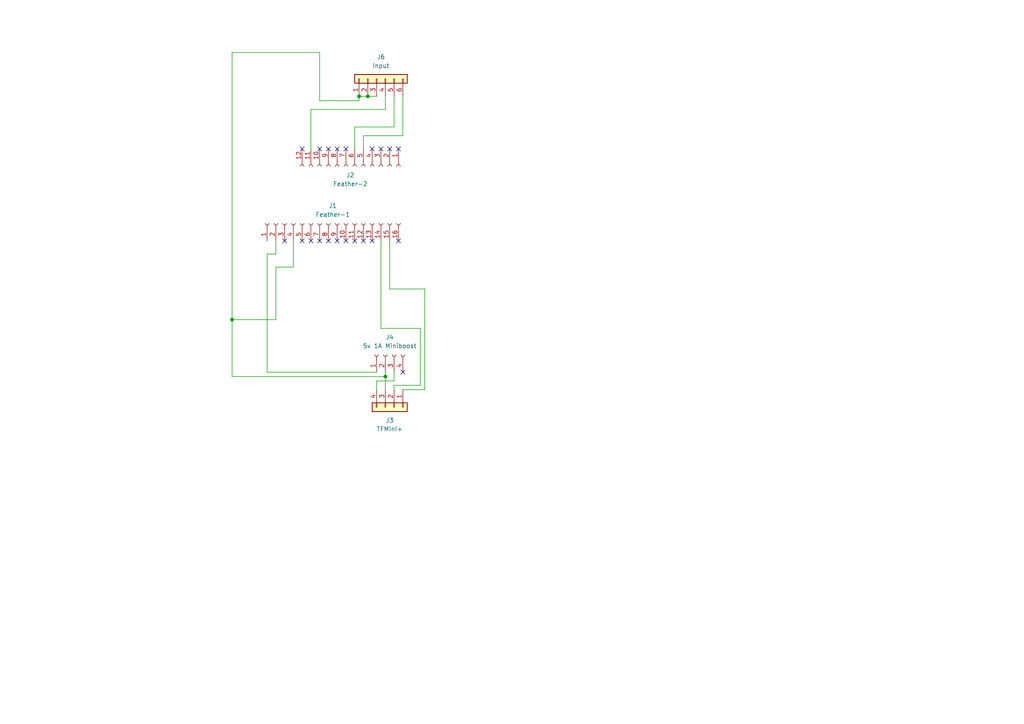
<source format=kicad_sch>
(kicad_sch (version 20230121) (generator eeschema)
  (paper "A4")
  (lib_symbols
    (symbol "Connector:Conn_01x04_Socket" (pin_names (offset 1.016) hide)
      (property "Reference" "J" (at 0 5.08 0))
      (property "Value" "Conn_01x04_Socket" (at 0 -7.62 0))
      (symbol "Conn_01x04_Socket_1_1"
        (arc (start 0 -4.572) (mid -0.5058 -5.08) (end 0 -5.588) (stroke (width 0.1524)))
        (arc (start 0 -2.032) (mid -0.5058 -2.54) (end 0 -3.048) (stroke (width 0.1524)))
        (polyline (pts (xy -1.27 -5.08) (xy -0.508 -5.08)) (stroke (width 0.1524)))
        (polyline (pts (xy -1.27 -2.54) (xy -0.508 -2.54)) (stroke (width 0.1524)))
        (polyline (pts (xy -1.27 0) (xy -0.508 0)) (stroke (width 0.1524)))
        (polyline (pts (xy -1.27 2.54) (xy -0.508 2.54)) (stroke (width 0.1524)))
        (arc (start 0 0.508) (mid -0.5058 0) (end 0 -0.508) (stroke (width 0.1524)))
        (arc (start 0 3.048) (mid -0.5058 2.54) (end 0 2.032) (stroke (width 0.1524)))
        (pin passive line (at -5.08 2.54 0) (length 3.81) (name "Pin_1") (number "1"))
        (pin passive line (at -5.08 0 0) (length 3.81) (name "Pin_2") (number "2"))
        (pin passive line (at -5.08 -2.54 0) (length 3.81) (name "Pin_3") (number "3"))
        (pin passive line (at -5.08 -5.08 0) (length 3.81) (name "Pin_4") (number "4"))
      )
    )
    (symbol "Connector:Conn_01x12_Socket" (pin_names (offset 1.016) hide)
      (property "Reference" "J" (at 0 15.24 0))
      (property "Value" "Conn_01x12_Socket" (at 0 -17.78 0))
      (symbol "Conn_01x12_Socket_1_1"
        (arc (start 0 -14.732) (mid -0.5058 -15.24) (end 0 -15.748) (stroke (width 0.1524)))
        (arc (start 0 -12.192) (mid -0.5058 -12.7) (end 0 -13.208) (stroke (width 0.1524)))
        (arc (start 0 -9.652) (mid -0.5058 -10.16) (end 0 -10.668) (stroke (width 0.1524)))
        (arc (start 0 -7.112) (mid -0.5058 -7.62) (end 0 -8.128) (stroke (width 0.1524)))
        (arc (start 0 -4.572) (mid -0.5058 -5.08) (end 0 -5.588) (stroke (width 0.1524)))
        (arc (start 0 -2.032) (mid -0.5058 -2.54) (end 0 -3.048) (stroke (width 0.1524)))
        (polyline (pts (xy -1.27 -15.24) (xy -0.508 -15.24)) (stroke (width 0.1524)))
        (polyline (pts (xy -1.27 -12.7) (xy -0.508 -12.7)) (stroke (width 0.1524)))
        (polyline (pts (xy -1.27 -10.16) (xy -0.508 -10.16)) (stroke (width 0.1524)))
        (polyline (pts (xy -1.27 -7.62) (xy -0.508 -7.62)) (stroke (width 0.1524)))
        (polyline (pts (xy -1.27 -5.08) (xy -0.508 -5.08)) (stroke (width 0.1524)))
        (polyline (pts (xy -1.27 -2.54) (xy -0.508 -2.54)) (stroke (width 0.1524)))
        (polyline (pts (xy -1.27 0) (xy -0.508 0)) (stroke (width 0.1524)))
        (polyline (pts (xy -1.27 2.54) (xy -0.508 2.54)) (stroke (width 0.1524)))
        (polyline (pts (xy -1.27 5.08) (xy -0.508 5.08)) (stroke (width 0.1524)))
        (polyline (pts (xy -1.27 7.62) (xy -0.508 7.62)) (stroke (width 0.1524)))
        (polyline (pts (xy -1.27 10.16) (xy -0.508 10.16)) (stroke (width 0.1524)))
        (polyline (pts (xy -1.27 12.7) (xy -0.508 12.7)) (stroke (width 0.1524)))
        (arc (start 0 0.508) (mid -0.5058 0) (end 0 -0.508) (stroke (width 0.1524)))
        (arc (start 0 3.048) (mid -0.5058 2.54) (end 0 2.032) (stroke (width 0.1524)))
        (arc (start 0 5.588) (mid -0.5058 5.08) (end 0 4.572) (stroke (width 0.1524)))
        (arc (start 0 8.128) (mid -0.5058 7.62) (end 0 7.112) (stroke (width 0.1524)))
        (arc (start 0 10.668) (mid -0.5058 10.16) (end 0 9.652) (stroke (width 0.1524)))
        (arc (start 0 13.208) (mid -0.5058 12.7) (end 0 12.192) (stroke (width 0.1524)))
        (pin passive line (at -5.08 12.7 0) (length 3.81) (name "Pin_1") (number "1"))
        (pin passive line (at -5.08 -10.16 0) (length 3.81) (name "Pin_10") (number "10"))
        (pin passive line (at -5.08 -12.7 0) (length 3.81) (name "Pin_11") (number "11"))
        (pin passive line (at -5.08 -15.24 0) (length 3.81) (name "Pin_12") (number "12"))
        (pin passive line (at -5.08 10.16 0) (length 3.81) (name "Pin_2") (number "2"))
        (pin passive line (at -5.08 7.62 0) (length 3.81) (name "Pin_3") (number "3"))
        (pin passive line (at -5.08 5.08 0) (length 3.81) (name "Pin_4") (number "4"))
        (pin passive line (at -5.08 2.54 0) (length 3.81) (name "Pin_5") (number "5"))
        (pin passive line (at -5.08 0 0) (length 3.81) (name "Pin_6") (number "6"))
        (pin passive line (at -5.08 -2.54 0) (length 3.81) (name "Pin_7") (number "7"))
        (pin passive line (at -5.08 -5.08 0) (length 3.81) (name "Pin_8") (number "8"))
        (pin passive line (at -5.08 -7.62 0) (length 3.81) (name "Pin_9") (number "9"))
      )
    )
    (symbol "Connector:Conn_01x16_Socket" (pin_names (offset 1.016) hide)
      (property "Reference" "J" (at 0 20.32 0))
      (property "Value" "Conn_01x16_Socket" (at 0 -22.86 0))
      (symbol "Conn_01x16_Socket_1_1"
        (arc (start 0 -19.812) (mid -0.5058 -20.32) (end 0 -20.828) (stroke (width 0.1524)))
        (arc (start 0 -17.272) (mid -0.5058 -17.78) (end 0 -18.288) (stroke (width 0.1524)))
        (arc (start 0 -14.732) (mid -0.5058 -15.24) (end 0 -15.748) (stroke (width 0.1524)))
        (arc (start 0 -12.192) (mid -0.5058 -12.7) (end 0 -13.208) (stroke (width 0.1524)))
        (arc (start 0 -9.652) (mid -0.5058 -10.16) (end 0 -10.668) (stroke (width 0.1524)))
        (arc (start 0 -7.112) (mid -0.5058 -7.62) (end 0 -8.128) (stroke (width 0.1524)))
        (arc (start 0 -4.572) (mid -0.5058 -5.08) (end 0 -5.588) (stroke (width 0.1524)))
        (arc (start 0 -2.032) (mid -0.5058 -2.54) (end 0 -3.048) (stroke (width 0.1524)))
        (polyline (pts (xy -1.27 -20.32) (xy -0.508 -20.32)) (stroke (width 0.1524)))
        (polyline (pts (xy -1.27 -17.78) (xy -0.508 -17.78)) (stroke (width 0.1524)))
        (polyline (pts (xy -1.27 -15.24) (xy -0.508 -15.24)) (stroke (width 0.1524)))
        (polyline (pts (xy -1.27 -12.7) (xy -0.508 -12.7)) (stroke (width 0.1524)))
        (polyline (pts (xy -1.27 -10.16) (xy -0.508 -10.16)) (stroke (width 0.1524)))
        (polyline (pts (xy -1.27 -7.62) (xy -0.508 -7.62)) (stroke (width 0.1524)))
        (polyline (pts (xy -1.27 -5.08) (xy -0.508 -5.08)) (stroke (width 0.1524)))
        (polyline (pts (xy -1.27 -2.54) (xy -0.508 -2.54)) (stroke (width 0.1524)))
        (polyline (pts (xy -1.27 0) (xy -0.508 0)) (stroke (width 0.1524)))
        (polyline (pts (xy -1.27 2.54) (xy -0.508 2.54)) (stroke (width 0.1524)))
        (polyline (pts (xy -1.27 5.08) (xy -0.508 5.08)) (stroke (width 0.1524)))
        (polyline (pts (xy -1.27 7.62) (xy -0.508 7.62)) (stroke (width 0.1524)))
        (polyline (pts (xy -1.27 10.16) (xy -0.508 10.16)) (stroke (width 0.1524)))
        (polyline (pts (xy -1.27 12.7) (xy -0.508 12.7)) (stroke (width 0.1524)))
        (polyline (pts (xy -1.27 15.24) (xy -0.508 15.24)) (stroke (width 0.1524)))
        (polyline (pts (xy -1.27 17.78) (xy -0.508 17.78)) (stroke (width 0.1524)))
        (arc (start 0 0.508) (mid -0.5058 0) (end 0 -0.508) (stroke (width 0.1524)))
        (arc (start 0 3.048) (mid -0.5058 2.54) (end 0 2.032) (stroke (width 0.1524)))
        (arc (start 0 5.588) (mid -0.5058 5.08) (end 0 4.572) (stroke (width 0.1524)))
        (arc (start 0 8.128) (mid -0.5058 7.62) (end 0 7.112) (stroke (width 0.1524)))
        (arc (start 0 10.668) (mid -0.5058 10.16) (end 0 9.652) (stroke (width 0.1524)))
        (arc (start 0 13.208) (mid -0.5058 12.7) (end 0 12.192) (stroke (width 0.1524)))
        (arc (start 0 15.748) (mid -0.5058 15.24) (end 0 14.732) (stroke (width 0.1524)))
        (arc (start 0 18.288) (mid -0.5058 17.78) (end 0 17.272) (stroke (width 0.1524)))
        (pin passive line (at -5.08 17.78 0) (length 3.81) (name "Pin_1") (number "1"))
        (pin passive line (at -5.08 -5.08 0) (length 3.81) (name "Pin_10") (number "10"))
        (pin passive line (at -5.08 -7.62 0) (length 3.81) (name "Pin_11") (number "11"))
        (pin passive line (at -5.08 -10.16 0) (length 3.81) (name "Pin_12") (number "12"))
        (pin passive line (at -5.08 -12.7 0) (length 3.81) (name "Pin_13") (number "13"))
        (pin passive line (at -5.08 -15.24 0) (length 3.81) (name "Pin_14") (number "14"))
        (pin passive line (at -5.08 -17.78 0) (length 3.81) (name "Pin_15") (number "15"))
        (pin passive line (at -5.08 -20.32 0) (length 3.81) (name "Pin_16") (number "16"))
        (pin passive line (at -5.08 15.24 0) (length 3.81) (name "Pin_2") (number "2"))
        (pin passive line (at -5.08 12.7 0) (length 3.81) (name "Pin_3") (number "3"))
        (pin passive line (at -5.08 10.16 0) (length 3.81) (name "Pin_4") (number "4"))
        (pin passive line (at -5.08 7.62 0) (length 3.81) (name "Pin_5") (number "5"))
        (pin passive line (at -5.08 5.08 0) (length 3.81) (name "Pin_6") (number "6"))
        (pin passive line (at -5.08 2.54 0) (length 3.81) (name "Pin_7") (number "7"))
        (pin passive line (at -5.08 0 0) (length 3.81) (name "Pin_8") (number "8"))
        (pin passive line (at -5.08 -2.54 0) (length 3.81) (name "Pin_9") (number "9"))
      )
    )
    (symbol "Connector_Generic:Conn_01x04" (pin_names (offset 1.016) hide)
      (property "Reference" "J" (at 0 5.08 0))
      (property "Value" "Conn_01x04" (at 0 -7.62 0))
      (symbol "Conn_01x04_1_1"
        (rectangle (start -1.27 -4.953) (end 0 -5.207) (stroke (width 0.1524)))
        (rectangle (start -1.27 -2.413) (end 0 -2.667) (stroke (width 0.1524)))
        (rectangle (start -1.27 0.127) (end 0 -0.127) (stroke (width 0.1524)))
        (rectangle (start -1.27 2.667) (end 0 2.413) (stroke (width 0.1524)))
        (rectangle (start -1.27 3.81) (end 1.27 -6.35) (stroke (width 0.254)) (fill (type background)))
        (pin passive line (at -5.08 2.54 0) (length 3.81) (name "Pin_1") (number "1"))
        (pin passive line (at -5.08 0 0) (length 3.81) (name "Pin_2") (number "2"))
        (pin passive line (at -5.08 -2.54 0) (length 3.81) (name "Pin_3") (number "3"))
        (pin passive line (at -5.08 -5.08 0) (length 3.81) (name "Pin_4") (number "4"))
      )
    )
    (symbol "Connector_Generic:Conn_01x06" (pin_names (offset 1.016) hide)
      (property "Reference" "J" (at 0 7.62 0))
      (property "Value" "Conn_01x06" (at 0 -10.16 0))
      (symbol "Conn_01x06_1_1"
        (rectangle (start -1.27 -7.493) (end 0 -7.747) (stroke (width 0.1524)))
        (rectangle (start -1.27 -4.953) (end 0 -5.207) (stroke (width 0.1524)))
        (rectangle (start -1.27 -2.413) (end 0 -2.667) (stroke (width 0.1524)))
        (rectangle (start -1.27 0.127) (end 0 -0.127) (stroke (width 0.1524)))
        (rectangle (start -1.27 2.667) (end 0 2.413) (stroke (width 0.1524)))
        (rectangle (start -1.27 5.207) (end 0 4.953) (stroke (width 0.1524)))
        (rectangle (start -1.27 6.35) (end 1.27 -8.89) (stroke (width 0.254)) (fill (type background)))
        (pin passive line (at -5.08 5.08 0) (length 3.81) (name "Pin_1") (number "1"))
        (pin passive line (at -5.08 2.54 0) (length 3.81) (name "Pin_2") (number "2"))
        (pin passive line (at -5.08 0 0) (length 3.81) (name "Pin_3") (number "3"))
        (pin passive line (at -5.08 -2.54 0) (length 3.81) (name "Pin_4") (number "4"))
        (pin passive line (at -5.08 -5.08 0) (length 3.81) (name "Pin_5") (number "5"))
        (pin passive line (at -5.08 -7.62 0) (length 3.81) (name "Pin_6") (number "6"))
      )
    )
  )
  (junction (at 67.31 92.71))
  (junction (at 104.14 27.94))
  (junction (at 111.76 109.22))
  (junction (at 106.68 27.94))
  (no_connect (at 116.84 107.95))
  (no_connect (at 97.79 69.85))
  (no_connect (at 107.95 43.18))
  (no_connect (at 95.25 69.85))
  (no_connect (at 115.57 43.18))
  (no_connect (at 115.57 69.85))
  (no_connect (at 102.87 69.85))
  (no_connect (at 100.33 69.85))
  (no_connect (at 95.25 43.18))
  (no_connect (at 92.71 43.18))
  (no_connect (at 90.17 69.85))
  (no_connect (at 107.95 69.85))
  (no_connect (at 92.71 69.85))
  (no_connect (at 82.55 69.85))
  (no_connect (at 110.49 43.18))
  (no_connect (at 97.79 43.18))
  (no_connect (at 87.63 43.18))
  (no_connect (at 105.41 69.85))
  (no_connect (at 113.03 43.18))
  (no_connect (at 87.63 69.85))
  (no_connect (at 100.33 43.18))
  (wire (pts (xy 109.22 110.49) (xy 109.22 113.03)))
  (wire (pts (xy 121.92 111.76) (xy 114.3 111.76)))
  (wire (pts (xy 104.14 27.94) (xy 106.68 27.94)))
  (wire (pts (xy 85.09 69.85) (xy 85.09 77.47)))
  (wire (pts (xy 110.49 95.25) (xy 121.92 95.25)))
  (wire (pts (xy 67.31 92.71) (xy 80.01 92.71)))
  (wire (pts (xy 106.68 27.94) (xy 109.22 27.94)))
  (wire (pts (xy 92.71 29.21) (xy 104.14 29.21)))
  (wire (pts (xy 123.19 83.82) (xy 123.19 113.03)))
  (wire (pts (xy 114.3 27.94) (xy 114.3 36.83)))
  (wire (pts (xy 114.3 36.83) (xy 102.87 36.83)))
  (wire (pts (xy 77.47 107.95) (xy 77.47 73.66)))
  (wire (pts (xy 114.3 111.76) (xy 114.3 113.03)))
  (wire (pts (xy 114.3 107.95) (xy 114.3 110.49)))
  (wire (pts (xy 90.17 43.18) (xy 90.17 31.75)))
  (wire (pts (xy 111.76 27.94) (xy 111.76 31.75)))
  (wire (pts (xy 113.03 83.82) (xy 123.19 83.82)))
  (wire (pts (xy 105.41 39.37) (xy 116.84 39.37)))
  (wire (pts (xy 67.31 109.22) (xy 67.31 92.71)))
  (wire (pts (xy 92.71 15.24) (xy 67.31 15.24)))
  (wire (pts (xy 114.3 110.49) (xy 109.22 110.49)))
  (wire (pts (xy 77.47 73.66) (xy 80.01 73.66)))
  (wire (pts (xy 111.76 107.95) (xy 111.76 109.22)))
  (wire (pts (xy 67.31 15.24) (xy 67.31 92.71)))
  (wire (pts (xy 90.17 31.75) (xy 111.76 31.75)))
  (wire (pts (xy 80.01 73.66) (xy 80.01 69.85)))
  (wire (pts (xy 113.03 69.85) (xy 113.03 83.82)))
  (wire (pts (xy 92.71 15.24) (xy 92.71 29.21)))
  (wire (pts (xy 85.09 77.47) (xy 80.01 77.47)))
  (wire (pts (xy 67.31 109.22) (xy 111.76 109.22)))
  (wire (pts (xy 105.41 43.18) (xy 105.41 39.37)))
  (wire (pts (xy 80.01 77.47) (xy 80.01 92.71)))
  (wire (pts (xy 110.49 69.85) (xy 110.49 95.25)))
  (wire (pts (xy 77.47 107.95) (xy 109.22 107.95)))
  (wire (pts (xy 116.84 39.37) (xy 116.84 27.94)))
  (wire (pts (xy 123.19 113.03) (xy 116.84 113.03)))
  (wire (pts (xy 121.92 95.25) (xy 121.92 111.76)))
  (wire (pts (xy 111.76 109.22) (xy 111.76 113.03)))
  (wire (pts (xy 104.14 27.94) (xy 104.14 29.21)))
  (wire (pts (xy 102.87 36.83) (xy 102.87 43.18)))
  (symbol (lib_id "Connector:Conn_01x16_Socket") (at 95.25 64.77 90) (unit 1)
    (property "Reference" "J1" (at 96.52 59.69 90))
    (property "Value" "Feather-1" (at 96.52 62.23 90))
    (property "Footprint" "Connector_PinHeader_2.54mm:PinHeader_1x16_P2.54mm_Vertical" (effects hide))
  )
  (symbol (lib_id "Connector:Conn_01x12_Socket") (at 102.87 48.26 270) (unit 1)
    (property "Reference" "J2" (at 101.6 50.8 90))
    (property "Value" "Feather-2" (at 101.6 53.34 90))
    (property "Footprint" "Connector_PinHeader_2.54mm:PinHeader_1x12_P2.54mm_Vertical" (effects hide))
  )
  (symbol (lib_id "Connector:Conn_01x04_Socket") (at 111.76 102.87 90) (unit 1)
    (property "Reference" "J4" (at 113.03 97.79 90))
    (property "Value" "5v 1A Miniboost" (at 113.03 100.33 90))
    (property "Footprint" "Connector_PinHeader_2.54mm:PinHeader_1x04_P2.54mm_Vertical" (effects hide))
  )
  (symbol (lib_id "Connector_Generic:Conn_01x04") (at 114.3 118.11 270) (unit 1)
    (property "Reference" "J3" (at 113.03 121.92 90))
    (property "Value" "TFMini+" (at 113.03 124.46 90))
    (property "Footprint" "Connector_JST:JST_XH_B4B-XH-A_1x04_P2.50mm_Vertical" (effects hide))
  )
  (symbol (lib_id "Connector_Generic:Conn_01x06") (at 109.22 22.86 90) (unit 1)
    (property "Reference" "J6" (at 110.49 16.51 90))
    (property "Value" "Input" (at 110.49 19.05 90))
    (property "Footprint" "Connector_JST:JST_XH_B6B-XH-AM_1x06_P2.50mm_Vertical" (effects hide))
  )
)
</source>
